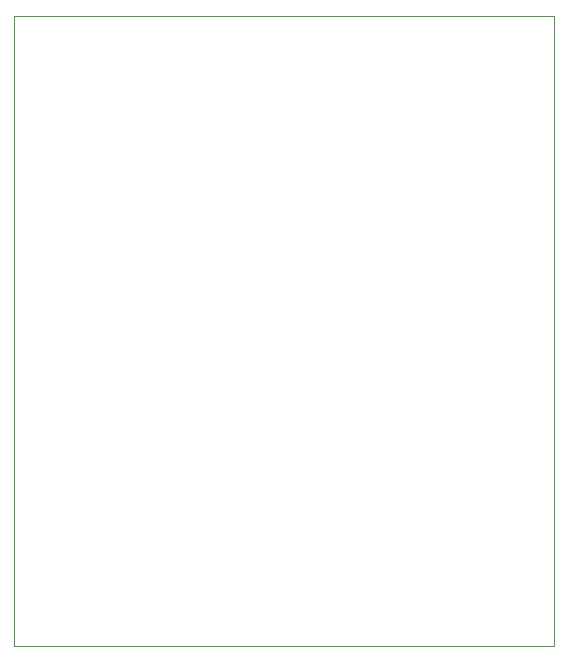
<source format=gbr>
G04 #@! TF.GenerationSoftware,KiCad,Pcbnew,(5.1.5)-3*
G04 #@! TF.CreationDate,2021-03-02T00:32:15-05:00*
G04 #@! TF.ProjectId,adc7953-breakout,61646337-3935-4332-9d62-7265616b6f75,rev?*
G04 #@! TF.SameCoordinates,Original*
G04 #@! TF.FileFunction,Profile,NP*
%FSLAX46Y46*%
G04 Gerber Fmt 4.6, Leading zero omitted, Abs format (unit mm)*
G04 Created by KiCad (PCBNEW (5.1.5)-3) date 2021-03-02 00:32:15*
%MOMM*%
%LPD*%
G04 APERTURE LIST*
%ADD10C,0.050000*%
G04 APERTURE END LIST*
D10*
X137160000Y-127000000D02*
X137160000Y-73660000D01*
X182880000Y-127000000D02*
X137160000Y-127000000D01*
X182880000Y-73660000D02*
X182880000Y-127000000D01*
X137160000Y-73660000D02*
X182880000Y-73660000D01*
M02*

</source>
